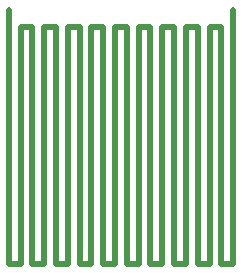
<source format=gbr>
%TF.GenerationSoftware,KiCad,Pcbnew,9.0.2-9.0.2-0~ubuntu22.04.1*%
%TF.CreationDate,2025-07-27T16:59:55+02:00*%
%TF.ProjectId,sensor,73656e73-6f72-42e6-9b69-6361645f7063,rev?*%
%TF.SameCoordinates,Original*%
%TF.FileFunction,Copper,L1,Top*%
%TF.FilePolarity,Positive*%
%FSLAX46Y46*%
G04 Gerber Fmt 4.6, Leading zero omitted, Abs format (unit mm)*
G04 Created by KiCad (PCBNEW 9.0.2-9.0.2-0~ubuntu22.04.1) date 2025-07-27 16:59:55*
%MOMM*%
%LPD*%
G01*
G04 APERTURE LIST*
%TA.AperFunction,Conductor*%
%ADD10C,0.500000*%
%TD*%
G04 APERTURE END LIST*
D10*
%TO.N,gnd*%
X111000000Y-152500000D02*
X112000000Y-152500000D01*
X103000000Y-172500000D02*
X103000000Y-152500000D01*
X109000000Y-172500000D02*
X109000000Y-152500000D01*
X104000000Y-152500000D02*
X104000000Y-172500000D01*
X107000000Y-172500000D02*
X107000000Y-152500000D01*
X106000000Y-152500000D02*
X106000000Y-172500000D01*
X115000000Y-152500000D02*
X116000000Y-152500000D01*
X103000000Y-152500000D02*
X104000000Y-152500000D01*
X109000000Y-152500000D02*
X110000000Y-152500000D01*
X110000000Y-152500000D02*
X110000000Y-172500000D01*
X100000000Y-172500000D02*
X101000000Y-172500000D01*
X101000000Y-152500000D02*
X102000000Y-152500000D01*
X114000000Y-172500000D02*
X115000000Y-172500000D01*
X118000000Y-152500000D02*
X118000000Y-172500000D01*
X112000000Y-172500000D02*
X113000000Y-172500000D01*
X101000000Y-172500000D02*
X101000000Y-152500000D01*
X106000000Y-172500000D02*
X107000000Y-172500000D01*
X116000000Y-152500000D02*
X116000000Y-172500000D01*
X119000000Y-172500000D02*
X119000000Y-151000000D01*
X114000000Y-152500000D02*
X114000000Y-172500000D01*
X100000000Y-151000000D02*
X100000000Y-172500000D01*
X108000000Y-172500000D02*
X109000000Y-172500000D01*
X113000000Y-152500000D02*
X114000000Y-152500000D01*
X117000000Y-152500000D02*
X118000000Y-152500000D01*
X107000000Y-152500000D02*
X108000000Y-152500000D01*
X115000000Y-172500000D02*
X115000000Y-152500000D01*
X113000000Y-172500000D02*
X113000000Y-152500000D01*
X104000000Y-172500000D02*
X105000000Y-172500000D01*
X102000000Y-152500000D02*
X102000000Y-172500000D01*
X108000000Y-152500000D02*
X108000000Y-172500000D01*
X112000000Y-152500000D02*
X112000000Y-172500000D01*
X110000000Y-172500000D02*
X111000000Y-172500000D01*
X102000000Y-172500000D02*
X103000000Y-172500000D01*
X105000000Y-172500000D02*
X105000000Y-152500000D01*
X111000000Y-172500000D02*
X111000000Y-152500000D01*
X118000000Y-172500000D02*
X119000000Y-172500000D01*
X117000000Y-172500000D02*
X117000000Y-152500000D01*
X105000000Y-152500000D02*
X106000000Y-152500000D01*
X116000000Y-172500000D02*
X117000000Y-172500000D01*
%TD*%
M02*

</source>
